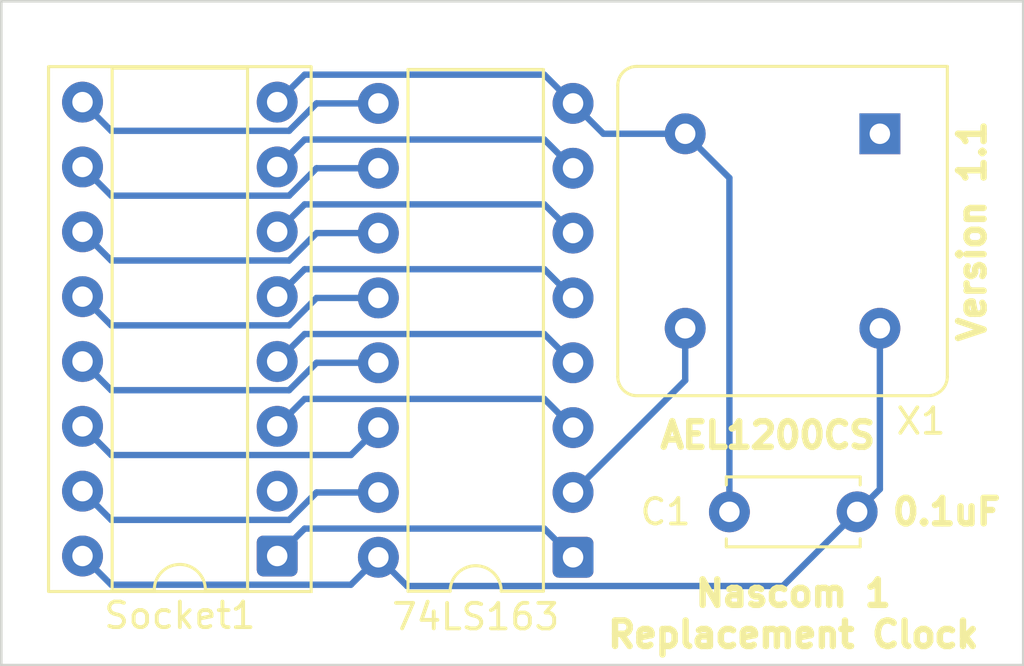
<source format=kicad_pcb>
(kicad_pcb (version 20241229) (generator "pcbnew") (generator_version "9.0")
  (title_block (title "Nascom 1 Replacement Clock - Kicad 9") (date "2025-04-26") (rev "1.1"))
  (layers (0 "F.Cu" signal) (2 "B.Cu" signal) (13 "F.Paste" user) (15 "B.Paste" user) (5 "F.SilkS" user "F.Silkscreen") (7 "B.SilkS" user "B.Silkscreen") (1 "F.Mask" user) (3 "B.Mask" user) (25 "Edge.Cuts" user))
  (net 0 "")
  (net 1 "Net-(74LS163-~{MR})")
  (net 2 "Net-(74LS163-CP)")
  (net 3 "Net-(74LS163-D0)")
  (net 4 "Net-(74LS163-D1)")
  (net 5 "Net-(74LS163-D2)")
  (net 6 "Net-(74LS163-D3)")
  (net 7 "Net-(74LS163-CEP)")
  (net 8 "GND")
  (net 9 "Net-(74LS163-~{PE})")
  (net 10 "Net-(74LS163-CET)")
  (net 11 "Net-(74LS163-Q3)")
  (net 12 "Net-(74LS163-Q2)")
  (net 13 "Net-(74LS163-Q1)")
  (net 14 "Net-(74LS163-Q0)")
  (net 15 "Net-(74LS163-TC)")
  (net 16 "VCC")
  (footprint "Package_DIP:DIP-16_W7.62mm" (layer "F.Cu") (at 146.38 107.78 180)
    (property "Reference" "74LS163" (at 3.81 -2.33 0) (layer "F.SilkS"))
    (property "Value" "74LS163")
    (fp_line (start 6.46 19.11) (end 6.46 -1.33) (stroke (width 0.12)) (layer "F.SilkS"))
    (fp_line (start 6.46 -1.33) (end 4.81 -1.33) (stroke (width 0.12)) (layer "F.SilkS"))
    (fp_line (start 2.81 -1.33) (end 1.16 -1.33) (stroke (width 0.12)) (layer "F.SilkS"))
    (fp_line (start 1.16 19.11) (end 6.46 19.11) (stroke (width 0.12)) (layer "F.SilkS"))
    (fp_line (start 1.16 -1.33) (end 1.16 19.11) (stroke (width 0.12)) (layer "F.SilkS"))
    (fp_arc (start 4.81 -1.33) (mid 3.81 -0.33) (end 2.81 -1.33) (stroke (width 0.12)) (layer "F.SilkS"))
    (pad "1" thru_hole roundrect (at 0 0 180) (size 1.6 1.6) (drill 0.8) (layers "*.Cu" "*.Mask") (roundrect_rratio 0.15625) (net 1 "Net-(74LS163-~{MR})"))
    (pad "2" thru_hole circle (at 0 2.54 180) (size 1.6 1.6) (drill 0.8) (layers "*.Cu" "*.Mask") (net 2 "Net-(74LS163-CP)"))
    (pad "3" thru_hole circle (at 0 5.08 180) (size 1.6 1.6) (drill 0.8) (layers "*.Cu" "*.Mask") (net 3 "Net-(74LS163-D0)"))
    (pad "4" thru_hole circle (at 0 7.62 180) (size 1.6 1.6) (drill 0.8) (layers "*.Cu" "*.Mask") (net 4 "Net-(74LS163-D1)"))
    (pad "5" thru_hole circle (at 0 10.16 180) (size 1.6 1.6) (drill 0.8) (layers "*.Cu" "*.Mask") (net 5 "Net-(74LS163-D2)"))
    (pad "6" thru_hole circle (at 0 12.7 180) (size 1.6 1.6) (drill 0.8) (layers "*.Cu" "*.Mask") (net 6 "Net-(74LS163-D3)"))
    (pad "7" thru_hole circle (at 0 15.24 180) (size 1.6 1.6) (drill 0.8) (layers "*.Cu" "*.Mask") (net 7 "Net-(74LS163-CEP)"))
    (pad "8" thru_hole circle (at 0 17.78 180) (size 1.6 1.6) (drill 0.8) (layers "*.Cu" "*.Mask") (net 8 "GND"))
    (pad "9" thru_hole circle (at 7.62 17.78 180) (size 1.6 1.6) (drill 0.8) (layers "*.Cu" "*.Mask") (net 9 "Net-(74LS163-~{PE})"))
    (pad "10" thru_hole circle (at 7.62 15.24 180) (size 1.6 1.6) (drill 0.8) (layers "*.Cu" "*.Mask") (net 10 "Net-(74LS163-CET)"))
    (pad "11" thru_hole circle (at 7.62 12.7 180) (size 1.6 1.6) (drill 0.8) (layers "*.Cu" "*.Mask") (net 11 "Net-(74LS163-Q3)"))
    (pad "12" thru_hole circle (at 7.62 10.16 180) (size 1.6 1.6) (drill 0.8) (layers "*.Cu" "*.Mask") (net 12 "Net-(74LS163-Q2)"))
    (pad "13" thru_hole circle (at 7.62 7.62 180) (size 1.6 1.6) (drill 0.8) (layers "*.Cu" "*.Mask") (net 13 "Net-(74LS163-Q1)"))
    (pad "14" thru_hole circle (at 7.62 5.08 180) (size 1.6 1.6) (drill 0.8) (layers "*.Cu" "*.Mask") (net 14 "Net-(74LS163-Q0)"))
    (pad "15" thru_hole circle (at 7.62 2.54 180) (size 1.6 1.6) (drill 0.8) (layers "*.Cu" "*.Mask") (net 15 "Net-(74LS163-TC)"))
    (pad "16" thru_hole circle (at 7.62 0 180) (size 1.6 1.6) (drill 0.8) (layers "*.Cu" "*.Mask") (net 16 "VCC"))
  )
  (footprint "Package_DIP:DIP-16_W7.62mm_Socket" (layer "F.Cu") (at 134.8 107.73 180)
    (property "Reference" "Socket1" (at 3.81 -2.33 0) (layer "F.SilkS"))
    (property "Value" "74LS163")
    (fp_line (start 6.46 19.11) (end 6.46 -1.33) (stroke (width 0.12)) (layer "F.SilkS"))
    (fp_line (start 6.46 -1.33) (end 4.81 -1.33) (stroke (width 0.12)) (layer "F.SilkS"))
    (fp_line (start 2.81 -1.33) (end 1.16 -1.33) (stroke (width 0.12)) (layer "F.SilkS"))
    (fp_line (start 1.16 19.11) (end 6.46 19.11) (stroke (width 0.12)) (layer "F.SilkS"))
    (fp_line (start 1.16 -1.33) (end 1.16 19.11) (stroke (width 0.12)) (layer "F.SilkS"))
    (fp_rect (start -1.33 -1.39) (end 8.95 19.17) (stroke (width 0.12)) (fill no) (layer "F.SilkS"))
    (fp_arc (start 4.81 -1.33) (mid 3.81 -0.33) (end 2.81 -1.33) (stroke (width 0.12)) (layer "F.SilkS"))
    (pad "1" thru_hole roundrect (at 0 0 180) (size 1.6 1.6) (drill 0.8) (layers "*.Cu" "*.Mask") (roundrect_rratio 0.15625) (net 1 "Net-(74LS163-~{MR})"))
    (pad "2" thru_hole circle (at 0 2.54 180) (size 1.6 1.6) (drill 0.8) (layers "*.Cu" "*.Mask"))
    (pad "3" thru_hole circle (at 0 5.08 180) (size 1.6 1.6) (drill 0.8) (layers "*.Cu" "*.Mask") (net 3 "Net-(74LS163-D0)"))
    (pad "4" thru_hole circle (at 0 7.62 180) (size 1.6 1.6) (drill 0.8) (layers "*.Cu" "*.Mask") (net 4 "Net-(74LS163-D1)"))
    (pad "5" thru_hole circle (at 0 10.16 180) (size 1.6 1.6) (drill 0.8) (layers "*.Cu" "*.Mask") (net 5 "Net-(74LS163-D2)"))
    (pad "6" thru_hole circle (at 0 12.7 180) (size 1.6 1.6) (drill 0.8) (layers "*.Cu" "*.Mask") (net 6 "Net-(74LS163-D3)"))
    (pad "7" thru_hole circle (at 0 15.24 180) (size 1.6 1.6) (drill 0.8) (layers "*.Cu" "*.Mask") (net 7 "Net-(74LS163-CEP)"))
    (pad "8" thru_hole circle (at 0 17.78 180) (size 1.6 1.6) (drill 0.8) (layers "*.Cu" "*.Mask") (net 8 "GND"))
    (pad "9" thru_hole circle (at 7.62 17.78 180) (size 1.6 1.6) (drill 0.8) (layers "*.Cu" "*.Mask") (net 9 "Net-(74LS163-~{PE})"))
    (pad "10" thru_hole circle (at 7.62 15.24 180) (size 1.6 1.6) (drill 0.8) (layers "*.Cu" "*.Mask") (net 10 "Net-(74LS163-CET)"))
    (pad "11" thru_hole circle (at 7.62 12.7 180) (size 1.6 1.6) (drill 0.8) (layers "*.Cu" "*.Mask") (net 11 "Net-(74LS163-Q3)"))
    (pad "12" thru_hole circle (at 7.62 10.16 180) (size 1.6 1.6) (drill 0.8) (layers "*.Cu" "*.Mask") (net 12 "Net-(74LS163-Q2)"))
    (pad "13" thru_hole circle (at 7.62 7.62 180) (size 1.6 1.6) (drill 0.8) (layers "*.Cu" "*.Mask") (net 13 "Net-(74LS163-Q1)"))
    (pad "14" thru_hole circle (at 7.62 5.08 180) (size 1.6 1.6) (drill 0.8) (layers "*.Cu" "*.Mask") (net 14 "Net-(74LS163-Q0)"))
    (pad "15" thru_hole circle (at 7.62 2.54 180) (size 1.6 1.6) (drill 0.8) (layers "*.Cu" "*.Mask") (net 15 "Net-(74LS163-TC)"))
    (pad "16" thru_hole circle (at 7.62 0 180) (size 1.6 1.6) (drill 0.8) (layers "*.Cu" "*.Mask") (net 16 "VCC"))
  )
  (footprint "Oscillator:Oscillator_DIP-8" (layer "F.Cu") (at 158.39 91.19 180)
    (property "Reference" "X1" (at -1.61 -11.26 0) (layer "F.SilkS"))
    (property "Value" "AEL1200CS")
    (fp_line (start 10.26 1.89) (end 10.26 -9.51) (stroke (width 0.12)) (layer "F.SilkS"))
    (fp_line (start 9.51 -10.26) (end -1.89 -10.26) (stroke (width 0.12)) (layer "F.SilkS"))
    (fp_line (start -2.64 2.64) (end 9.51 2.64) (stroke (width 0.12)) (layer "F.SilkS"))
    (fp_line (start -2.64 -9.51) (end -2.64 2.64) (stroke (width 0.12)) (layer "F.SilkS"))
    (fp_arc (start 10.26 1.89) (mid 10.04033 2.42033) (end 9.51 2.64) (stroke (width 0.12)) (layer "F.SilkS"))
    (fp_arc (start 9.51 -10.26) (mid 10.04033 -10.04033) (end 10.26 -9.51) (stroke (width 0.12)) (layer "F.SilkS"))
    (fp_arc (start -2.64 -9.51) (mid -2.42033 -10.04033) (end -1.89 -10.26) (stroke (width 0.12)) (layer "F.SilkS"))
    (pad "1" thru_hole rect (at 0 0 180) (size 1.6 1.6) (drill 0.8) (layers "*.Cu" "*.Mask"))
    (pad "4" thru_hole circle (at 7.62 0 180) (size 1.6 1.6) (drill 0.8) (layers "*.Cu" "*.Mask") (net 8 "GND"))
    (pad "5" thru_hole circle (at 7.62 -7.62 180) (size 1.6 1.6) (drill 0.8) (layers "*.Cu" "*.Mask") (net 2 "Net-(74LS163-CP)"))
    (pad "8" thru_hole circle (at 0 -7.62 180) (size 1.6 1.6) (drill 0.8) (layers "*.Cu" "*.Mask") (net 16 "VCC"))
  )
  (footprint "Capacitor_THT:C_Disc_D5.0mm_W2.5mm_P5.00mm" (layer "F.Cu") (at 157.5 106 180)
    (property "Reference" "C1" (at 7.5 0 0) (layer "F.SilkS"))
    (property "Value" "0.1uF")
    (fp_line (start 5.12 1.055) (end 5.12 1.37) (stroke (width 0.12)) (layer "F.SilkS"))
    (fp_line (start 5.12 -1.37) (end 5.12 -1.055) (stroke (width 0.12)) (layer "F.SilkS"))
    (fp_line (start -0.12 1.37) (end 5.12 1.37) (stroke (width 0.12)) (layer "F.SilkS"))
    (fp_line (start -0.12 1.055) (end -0.12 1.37) (stroke (width 0.12)) (layer "F.SilkS"))
    (fp_line (start -0.12 -1.37) (end 5.12 -1.37) (stroke (width 0.12)) (layer "F.SilkS"))
    (fp_line (start -0.12 -1.37) (end -0.12 -1.055) (stroke (width 0.12)) (layer "F.SilkS"))
    (pad "1" thru_hole circle (at 0 0 180) (size 1.6 1.6) (drill 0.8) (layers "*.Cu" "*.Mask") (net 16 "VCC"))
    (pad "2" thru_hole circle (at 5 0 180) (size 1.6 1.6) (drill 0.8) (layers "*.Cu" "*.Mask") (net 8 "GND"))
  )
  (gr_line (start 164 112) (end 124 112) (stroke (width 0.1)) (layer "Edge.Cuts"))
  (gr_line (start 124 112) (end 124 86) (stroke (width 0.1)) (layer "Edge.Cuts"))
  (gr_line (start 164 86) (end 164 112) (stroke (width 0.1)) (layer "Edge.Cuts"))
  (gr_line (start 124 86) (end 164 86) (stroke (width 0.1)) (layer "Edge.Cuts"))
  (gr_text "Nascom 1\nReplacement Clock" (at 155 110 0) (layer "F.SilkS") (effects (font (size 1 1) (thickness 0.25))))
  (gr_text "0.1uF" (at 161 106 0) (layer "F.SilkS") (effects (font (size 1 1) (thickness 0.25))))
  (gr_text "AEL1200CS" (at 154 103 0) (layer "F.SilkS") (effects (font (size 1 1) (thickness 0.25))))
  (gr_text "Version 1.1" (at 162 95 90) (layer "F.SilkS") (effects (font (size 1 1) (thickness 0.25))))
  (segment (start 146.38 107.78) (end 145.255489 106.655489) (width 0.25) (layer "B.Cu") (net 1))
  (segment (start 145.255489 106.655489) (end 135.874511 106.655489) (width 0.25) (layer "B.Cu") (net 1))
  (segment (start 135.874511 106.655489) (end 134.8 107.73) (width 0.25) (layer "B.Cu") (net 1))
  (segment (start 150.77 98.81) (end 150.77 100.85) (width 0.25) (layer "B.Cu") (net 2))
  (segment (start 150.77 100.85) (end 146.38 105.24) (width 0.25) (layer "B.Cu") (net 2))
  (segment (start 135.874511 101.575489) (end 134.8 102.65) (width 0.25) (layer "B.Cu") (net 3))
  (segment (start 146.38 102.7) (end 145.255489 101.575489) (width 0.25) (layer "B.Cu") (net 3))
  (segment (start 145.255489 101.575489) (end 135.874511 101.575489) (width 0.25) (layer "B.Cu") (net 3))
  (segment (start 135.874511 99.035489) (end 134.8 100.11) (width 0.25) (layer "B.Cu") (net 4))
  (segment (start 145.255489 99.035489) (end 135.874511 99.035489) (width 0.25) (layer "B.Cu") (net 4))
  (segment (start 146.38 100.16) (end 145.255489 99.035489) (width 0.25) (layer "B.Cu") (net 4))
  (segment (start 146.38 97.62) (end 145.255489 96.495489) (width 0.25) (layer "B.Cu") (net 5))
  (segment (start 145.255489 96.495489) (end 135.874511 96.495489) (width 0.25) (layer "B.Cu") (net 5))
  (segment (start 135.874511 96.495489) (end 134.8 97.57) (width 0.25) (layer "B.Cu") (net 5))
  (segment (start 145.255489 93.955489) (end 135.874511 93.955489) (width 0.25) (layer "B.Cu") (net 6))
  (segment (start 135.874511 93.955489) (end 134.8 95.03) (width 0.25) (layer "B.Cu") (net 6))
  (segment (start 146.38 95.08) (end 145.255489 93.955489) (width 0.25) (layer "B.Cu") (net 6))
  (segment (start 135.874511 91.415489) (end 134.8 92.49) (width 0.25) (layer "B.Cu") (net 7))
  (segment (start 145.255489 91.415489) (end 135.874511 91.415489) (width 0.25) (layer "B.Cu") (net 7))
  (segment (start 146.38 92.54) (end 145.255489 91.415489) (width 0.25) (layer "B.Cu") (net 7))
  (segment (start 146.38 90) (end 145.255489 88.875489) (width 0.25) (layer "B.Cu") (net 8))
  (segment (start 152.5 92.92) (end 152.5 106) (width 0.25) (layer "B.Cu") (net 8))
  (segment (start 147.57 91.19) (end 146.38 90) (width 0.25) (layer "B.Cu") (net 8))
  (segment (start 145.255489 88.875489) (end 135.874511 88.875489) (width 0.25) (layer "B.Cu") (net 8))
  (segment (start 135.874511 88.875489) (end 134.8 89.95) (width 0.25) (layer "B.Cu") (net 8))
  (segment (start 150.77 91.19) (end 147.57 91.19) (width 0.25) (layer "B.Cu") (net 8))
  (segment (start 150.77 91.19) (end 152.5 92.92) (width 0.25) (layer "B.Cu") (net 8))
  (segment (start 128.304511 91.074511) (end 127.18 89.95) (width 0.25) (layer "B.Cu") (net 9))
  (segment (start 136.3403 90) (end 135.265789 91.074511) (width 0.25) (layer "B.Cu") (net 9))
  (segment (start 135.265789 91.074511) (end 128.304511 91.074511) (width 0.25) (layer "B.Cu") (net 9))
  (segment (start 138.76 90) (end 136.3403 90) (width 0.25) (layer "B.Cu") (net 9))
  (segment (start 136.3403 92.54) (end 135.265789 93.614511) (width 0.25) (layer "B.Cu") (net 10))
  (segment (start 128.304511 93.614511) (end 127.18 92.49) (width 0.25) (layer "B.Cu") (net 10))
  (segment (start 135.265789 93.614511) (end 128.304511 93.614511) (width 0.25) (layer "B.Cu") (net 10))
  (segment (start 138.76 92.54) (end 136.3403 92.54) (width 0.25) (layer "B.Cu") (net 10))
  (segment (start 138.76 95.08) (end 136.3403 95.08) (width 0.25) (layer "B.Cu") (net 11))
  (segment (start 135.265789 96.154511) (end 128.304511 96.154511) (width 0.25) (layer "B.Cu") (net 11))
  (segment (start 128.304511 96.154511) (end 127.18 95.03) (width 0.25) (layer "B.Cu") (net 11))
  (segment (start 136.3403 95.08) (end 135.265789 96.154511) (width 0.25) (layer "B.Cu") (net 11))
  (segment (start 128.304511 98.694511) (end 127.18 97.57) (width 0.25) (layer "B.Cu") (net 12))
  (segment (start 136.3403 97.62) (end 135.265789 98.694511) (width 0.25) (layer "B.Cu") (net 12))
  (segment (start 135.265789 98.694511) (end 128.304511 98.694511) (width 0.25) (layer "B.Cu") (net 12))
  (segment (start 138.76 97.62) (end 136.3403 97.62) (width 0.25) (layer "B.Cu") (net 12))
  (segment (start 136.3403 100.16) (end 135.265789 101.234511) (width 0.25) (layer "B.Cu") (net 13))
  (segment (start 128.304511 101.234511) (end 127.18 100.11) (width 0.25) (layer "B.Cu") (net 13))
  (segment (start 138.76 100.16) (end 136.3403 100.16) (width 0.25) (layer "B.Cu") (net 13))
  (segment (start 135.265789 101.234511) (end 128.304511 101.234511) (width 0.25) (layer "B.Cu") (net 13))
  (segment (start 128.304511 103.774511) (end 127.18 102.65) (width 0.25) (layer "B.Cu") (net 14))
  (segment (start 137.685489 103.774511) (end 128.304511 103.774511) (width 0.25) (layer "B.Cu") (net 14))
  (segment (start 138.76 102.7) (end 137.685489 103.774511) (width 0.25) (layer "B.Cu") (net 14))
  (segment (start 135.265789 106.314511) (end 128.304511 106.314511) (width 0.25) (layer "B.Cu") (net 15))
  (segment (start 128.304511 106.314511) (end 127.18 105.19) (width 0.25) (layer "B.Cu") (net 15))
  (segment (start 138.76 105.24) (end 136.3403 105.24) (width 0.25) (layer "B.Cu") (net 15))
  (segment (start 136.3403 105.24) (end 135.265789 106.314511) (width 0.25) (layer "B.Cu") (net 15))
  (segment (start 138.76 107.78) (end 139.884511 108.904511) (width 0.25) (layer "B.Cu") (net 16))
  (segment (start 158.39 98.81) (end 158.39 105.11) (width 0.25) (layer "B.Cu") (net 16))
  (segment (start 139.884511 108.904511) (end 154.595489 108.904511) (width 0.25) (layer "B.Cu") (net 16))
  (segment (start 137.685489 108.854511) (end 128.304511 108.854511) (width 0.25) (layer "B.Cu") (net 16))
  (segment (start 154.595489 108.904511) (end 157.5 106) (width 0.25) (layer "B.Cu") (net 16))
  (segment (start 128.304511 108.854511) (end 127.18 107.73) (width 0.25) (layer "B.Cu") (net 16))
  (segment (start 158.39 105.11) (end 157.5 106) (width 0.25) (layer "B.Cu") (net 16))
  (segment (start 138.76 107.78) (end 137.685489 108.854511) (width 0.25) (layer "B.Cu") (net 16))
)
</source>
